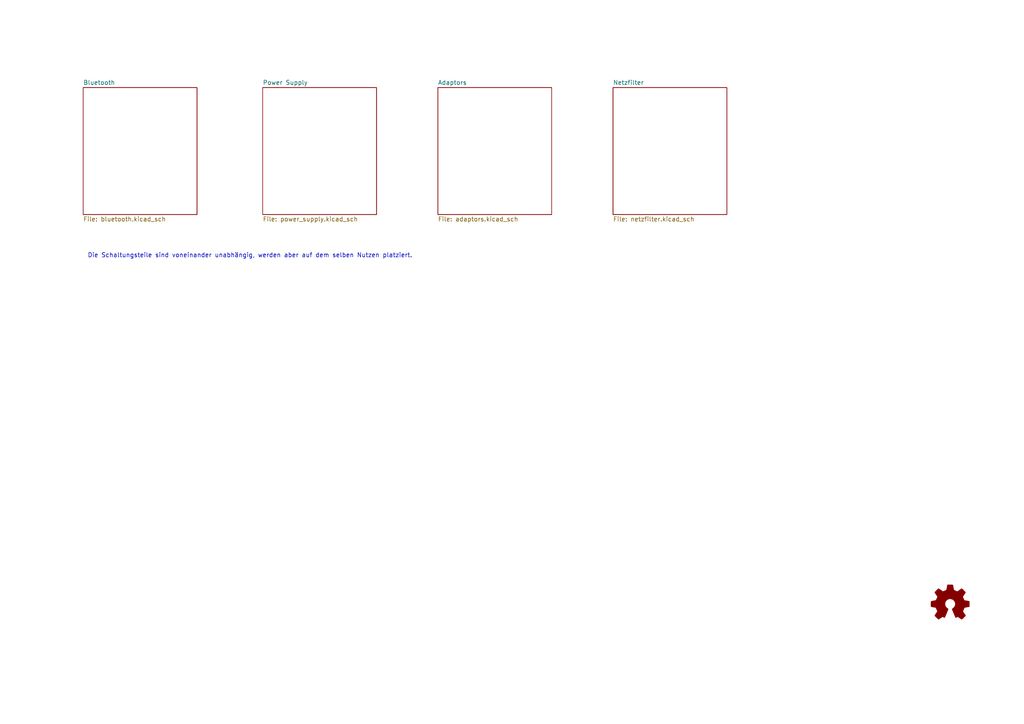
<source format=kicad_sch>
(kicad_sch (version 20230121) (generator eeschema)
  (paper "A4")
  (title_block (title "Reparaturhelfer") (date "2024-01-04") (rev "1-a") (comment 1 "Vereinfachung der Reparatur von Röhrenradios, ") (comment 2 "Erweiterung um Bluetooth."))
  (lib_symbols
    (symbol "Graphic:Logo_Open_Hardware_Small" (pin_names (offset 1.016))
      (symbol "Logo_Open_Hardware_Small_0_1"
        (polyline (pts (xy 3.3528 -4.3434) (xy 3.302 -4.318) (xy 3.175 -4.2418) (xy 2.9972 -4.1148) (xy 2.7686 -3.9624) (xy 2.54 -3.81) (xy 2.3622 -3.7084) (xy 2.2352 -3.6068) (xy 2.1844 -3.5814) (xy 2.159 -3.6068) (xy 2.0574 -3.6576) (xy 1.905 -3.7338) (xy 1.8034 -3.7846) (xy 1.6764 -3.8354) (xy 1.6002 -3.8354) (xy 1.6002 -3.8354) (xy 1.5494 -3.7338) (xy 1.4732 -3.5306) (xy 1.3462 -3.302) (xy 1.2446 -3.0226) (xy 1.1176 -2.7178) (xy 0.9652 -2.413) (xy 0.8636 -2.1082) (xy 0.7366 -1.8288) (xy 0.6604 -1.6256) (xy 0.6096 -1.4732) (xy 0.5842 -1.397) (xy 0.5842 -1.397) (xy 0.6604 -1.3208) (xy 0.7874 -1.2446) (xy 1.0414 -1.016) (xy 1.2954 -0.6858) (xy 1.4478 -0.3302) (xy 1.524 0.0762) (xy 1.4732 0.4572) (xy 1.3208 0.8128) (xy 1.0668 1.143) (xy 0.762 1.3716) (xy 0.4064 1.524) (xy 0 1.5748) (xy -0.381 1.5494) (xy -0.7366 1.397) (xy -1.0668 1.143) (xy -1.2192 0.9906) (xy -1.397 0.6604) (xy -1.524 0.3048) (xy -1.524 0.2286) (xy -1.4986 -0.1778) (xy -1.397 -0.5334) (xy -1.1938 -0.8636) (xy -0.9144 -1.143) (xy -0.8636 -1.1684) (xy -0.7366 -1.27) (xy -0.635 -1.3462) (xy -0.5842 -1.397) (xy -1.0668 -2.5908) (xy -1.143 -2.794) (xy -1.2954 -3.1242) (xy -1.397 -3.4036) (xy -1.4986 -3.6322) (xy -1.5748 -3.7846) (xy -1.6002 -3.8354) (xy -1.6002 -3.8354) (xy -1.651 -3.8354) (xy -1.7272 -3.81) (xy -1.905 -3.7338) (xy -2.0066 -3.683) (xy -2.1336 -3.6068) (xy -2.2098 -3.5814) (xy -2.2606 -3.6068) (xy -2.3622 -3.683) (xy -2.54 -3.81) (xy -2.7686 -3.9624) (xy -2.9718 -4.0894) (xy -3.1496 -4.2164) (xy -3.302 -4.318) (xy -3.3528 -4.3434) (xy -3.3782 -4.3434) (xy -3.429 -4.318) (xy -3.5306 -4.2164) (xy -3.7084 -4.064) (xy -3.937 -3.8354) (xy -3.9624 -3.81) (xy -4.1656 -3.6068) (xy -4.318 -3.4544) (xy -4.4196 -3.3274) (xy -4.445 -3.2766) (xy -4.445 -3.2766) (xy -4.4196 -3.2258) (xy -4.318 -3.0734) (xy -4.2164 -2.8956) (xy -4.064 -2.667) (xy -3.6576 -2.0828) (xy -3.8862 -1.5494) (xy -3.937 -1.3716) (xy -4.0386 -1.1684) (xy -4.0894 -1.0414) (xy -4.1148 -0.9652) (xy -4.191 -0.9398) (xy -4.318 -0.9144) (xy -4.5466 -0.8636) (xy -4.8006 -0.8128) (xy -5.0546 -0.7874) (xy -5.2578 -0.7366) (xy -5.4356 -0.7112) (xy -5.5118 -0.6858) (xy -5.5118 -0.6858) (xy -5.5372 -0.635) (xy -5.5372 -0.5588) (xy -5.5372 -0.4318) (xy -5.5626 -0.2286) (xy -5.5626 0.0762) (xy -5.5626 0.127) (xy -5.5372 0.4064) (xy -5.5372 0.635) (xy -5.5372 0.762) (xy -5.5372 0.8382) (xy -5.5372 0.8382) (xy -5.461 0.8382) (xy -5.3086 0.889) (xy -5.08 0.9144) (xy -4.826 0.9652) (xy -4.8006 0.9906) (xy -4.5466 1.0414) (xy -4.318 1.0668) (xy -4.1656 1.1176) (xy -4.0894 1.143) (xy -4.0894 1.143) (xy -4.0386 1.2446) (xy -3.9624 1.4224) (xy -3.8608 1.6256) (xy -3.7846 1.8288) (xy -3.7084 2.0066) (xy -3.6576 2.159) (xy -3.6322 2.2098) (xy -3.6322 2.2098) (xy -3.683 2.286) (xy -3.7592 2.413) (xy -3.8862 2.5908) (xy -4.064 2.8194) (xy -4.064 2.8448) (xy -4.2164 3.0734) (xy -4.3434 3.2512) (xy -4.4196 3.3782) (xy -4.445 3.4544) (xy -4.445 3.4544) (xy -4.3942 3.5052) (xy -4.2926 3.6322) (xy -4.1148 3.81) (xy -3.937 4.0132) (xy -3.8608 4.064) (xy -3.6576 4.2926) (xy -3.5052 4.4196) (xy -3.4036 4.4958) (xy -3.3528 4.5212) (xy -3.3528 4.5212) (xy -3.302 4.4704) (xy -3.1496 4.3688) (xy -2.9718 4.2418) (xy -2.7432 4.0894) (xy -2.7178 4.0894) (xy -2.4892 3.937) (xy -2.3114 3.81) (xy -2.1844 3.7084) (xy -2.1336 3.683) (xy -2.1082 3.683) (xy -2.032 3.7084) (xy -1.8542 3.7592) (xy -1.6764 3.8354) (xy -1.4732 3.937) (xy -1.27 4.0132) (xy -1.143 4.064) (xy -1.0668 4.1148) (xy -1.0668 4.1148) (xy -1.0414 4.191) (xy -1.016 4.3434) (xy -0.9652 4.572) (xy -0.9144 4.8514) (xy -0.889 4.9022) (xy -0.8382 5.1562) (xy -0.8128 5.3848) (xy -0.7874 5.5372) (xy -0.762 5.588) (xy -0.7112 5.6134) (xy -0.5842 5.6134) (xy -0.4064 5.6134) (xy -0.1524 5.6134) (xy 0.0762 5.6134) (xy 0.3302 5.6134) (xy 0.5334 5.6134) (xy 0.6858 5.588) (xy 0.7366 5.588) (xy 0.7366 5.588) (xy 0.762 5.5118) (xy 0.8128 5.334) (xy 0.8382 5.1054) (xy 0.9144 4.826) (xy 0.9144 4.7752) (xy 0.9652 4.5212) (xy 1.016 4.2926) (xy 1.0414 4.1402) (xy 1.0668 4.0894) (xy 1.0668 4.0894) (xy 1.1938 4.0386) (xy 1.3716 3.9624) (xy 1.5748 3.8608) (xy 2.0828 3.6576) (xy 2.7178 4.0894) (xy 2.7686 4.1402) (xy 2.9972 4.2926) (xy 3.175 4.4196) (xy 3.302 4.4958) (xy 3.3782 4.5212) (xy 3.3782 4.5212) (xy 3.429 4.4704) (xy 3.556 4.3434) (xy 3.7338 4.191) (xy 3.9116 3.9878) (xy 4.064 3.8354) (xy 4.2418 3.6576) (xy 4.3434 3.556) (xy 4.4196 3.4798) (xy 4.4196 3.429) (xy 4.4196 3.4036) (xy 4.3942 3.3274) (xy 4.2926 3.2004) (xy 4.1656 2.9972) (xy 4.0132 2.794) (xy 3.8862 2.5908) (xy 3.7592 2.3876) (xy 3.6576 2.2352) (xy 3.6322 2.159) (xy 3.6322 2.1336) (xy 3.683 2.0066) (xy 3.7592 1.8288) (xy 3.8608 1.6002) (xy 4.064 1.1176) (xy 4.3942 1.0414) (xy 4.5974 1.016) (xy 4.8768 0.9652) (xy 5.1308 0.9144) (xy 5.5372 0.8382) (xy 5.5626 -0.6604) (xy 5.4864 -0.6858) (xy 5.4356 -0.6858) (xy 5.2832 -0.7366) (xy 5.0546 -0.762) (xy 4.8006 -0.8128) (xy 4.5974 -0.8636) (xy 4.3688 -0.9144) (xy 4.2164 -0.9398) (xy 4.1402 -0.9398) (xy 4.1148 -0.9652) (xy 4.064 -1.0668) (xy 3.9878 -1.2446) (xy 3.9116 -1.4478) (xy 3.81 -1.651) (xy 3.7338 -1.8542) (xy 3.683 -2.0066) (xy 3.6576 -2.0828) (xy 3.683 -2.1336) (xy 3.7846 -2.2606) (xy 3.8862 -2.4638) (xy 4.0386 -2.667) (xy 4.191 -2.8956) (xy 4.318 -3.0734) (xy 4.3942 -3.2004) (xy 4.445 -3.2766) (xy 4.4196 -3.3274) (xy 4.3434 -3.429) (xy 4.1656 -3.5814) (xy 3.937 -3.8354) (xy 3.8862 -3.8608) (xy 3.683 -4.064) (xy 3.5306 -4.2164) (xy 3.4036 -4.318) (xy 3.3528 -4.3434)) (fill (type outline)))
      )
    )
  )
  (text "Die Schaltungsteile sind voneinander unabhängig, werden aber auf dem selben Nutzen platziert." (at 25.4 74.93 0) (effects (font (size 1.27 1.27)) (justify left bottom)))
  (symbol (lib_id "Graphic:Logo_Open_Hardware_Small") (at 275.59 175.26 0) (unit 1)
    (property "Reference" "#LOGO101" (effects hide))
    (property "Value" "Logo_Open_Hardware_Small" (effects hide))
  )
  (sheet (at 24.13 25.4) (size 33.02 36.83) (stroke (width 0.1524))
    (property "Sheetname" "Bluetooth" (at 24.13 24.6884 0) (effects (justify left bottom)))
    (property "Sheetfile" "bluetooth.kicad_sch" (at 24.13 62.8146 0) (effects (justify left top)))
  )
  (sheet (at 177.8 25.4) (size 33.02 36.83) (stroke (width 0.1524))
    (property "Sheetname" "Netzfilter" (at 177.8 24.6884 0) (effects (justify left bottom)))
    (property "Sheetfile" "netzfilter.kicad_sch" (at 177.8 62.8146 0) (effects (justify left top)))
  )
  (sheet (at 127 25.4) (size 33.02 36.83) (stroke (width 0.1524))
    (property "Sheetname" "Adaptors" (at 127 24.6884 0) (effects (justify left bottom)))
    (property "Sheetfile" "adaptors.kicad_sch" (at 127 62.8146 0) (effects (justify left top)))
  )
  (sheet (at 76.2 25.4) (size 33.02 36.83) (stroke (width 0.1524))
    (property "Sheetname" "Power Supply" (at 76.2 24.6884 0) (effects (justify left bottom)))
    (property "Sheetfile" "power_supply.kicad_sch" (at 76.2 62.8146 0) (effects (justify left top)))
  )
)
</source>
